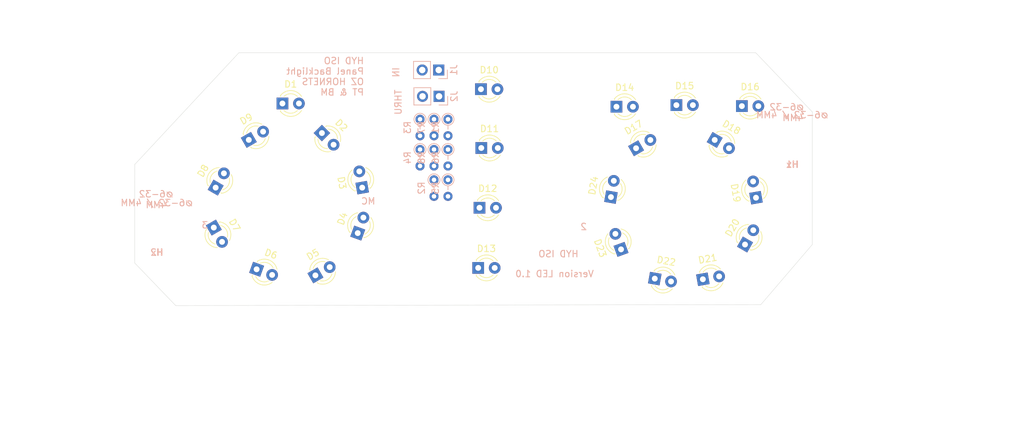
<source format=kicad_pcb>
(kicad_pcb (version 20211014) (generator pcbnew)
  (layers (0 "F.Cu" signal) (31 "B.Cu" signal) (34 "B.Paste" user) (35 "F.Paste" user) (36 "B.SilkS" user "B.Silkscreen") (37 "F.SilkS" user "F.Silkscreen") (38 "B.Mask" user) (39 "F.Mask" user) (44 "Edge.Cuts" user))
  (net 0 "")
  (net 1 "Net-(D1-Pad2)")
  (net 2 "Net-(D2-Pad2)")
  (net 3 "Net-(D1-Pad1)")
  (net 4 "Net-(D4-Pad2)")
  (net 5 "Net-(D5-Pad2)")
  (net 6 "Net-(D7-Pad2)")
  (net 7 "Net-(D8-Pad2)")
  (net 8 "/LED+12V")
  (net 9 "Net-(D10-Pad2)")
  (net 10 "Net-(D11-Pad2)")
  (net 11 "Net-(D4-Pad1)")
  (net 12 "Net-(D13-Pad2)")
  (net 13 "Net-(D14-Pad2)")
  (net 14 "Net-(D7-Pad1)")
  (net 15 "Net-(D16-Pad2)")
  (net 16 "Net-(D17-Pad2)")
  (net 17 "Net-(D10-Pad1)")
  (net 18 "Net-(D19-Pad2)")
  (net 19 "Net-(D20-Pad2)")
  (net 20 "Net-(D13-Pad1)")
  (net 21 "Net-(D22-Pad2)")
  (net 22 "Net-(D23-Pad2)")
  (net 23 "Net-(D16-Pad1)")
  (net 24 "Net-(D19-Pad1)")
  (net 25 "Net-(D22-Pad1)")
  (net 26 "/LED-12V")
  (footprint "LED_THT:LED_D3.0mm" (layer "F.Cu") (at 90.425 68.15)
    (fp_text reference "D1" (at 1.27 -2.96) (layer "F.SilkS"))
    (fp_text value "LED")
    (fp_line (start -0.29 -1.236) (end -0.29 -1.08) (layer "F.SilkS") (width 0.12))
    (fp_line (start -0.29 1.08) (end -0.29 1.236) (layer "F.SilkS") (width 0.12))
    (fp_arc (start -0.29 -1.235516) (mid 1.366487 -1.987659) (end 2.942335 -1.078608) (layer "F.SilkS") (width 0.12))
    (fp_arc (start 2.942335 1.078608) (mid 1.366487 1.987659) (end -0.29 1.235516) (layer "F.SilkS") (width 0.12))
    (fp_arc (start 2.31113 1.079837) (mid 1.270117 1.5) (end 0.229039 1.08) (layer "F.SilkS") (width 0.12))
    (fp_arc (start 0.229039 -1.08) (mid 1.270117 -1.5) (end 2.31113 -1.079837) (layer "F.SilkS") (width 0.12))
    (pad "1" thru_hole rect (at 0 0) (size 1.8 1.8) (drill 0.9) (layers *.Cu *.Mask) (net 3 "Net-(D1-Pad1)"))
    (pad "2" thru_hole circle (at 2.54 0) (size 1.8 1.8) (drill 0.9) (layers *.Cu *.Mask) (net 1 "Net-(D1-Pad2)"))
  )
  (footprint "LED_THT:LED_D3.0mm" (layer "F.Cu") (at 96.5 72.7 -45)
    (fp_text reference "D2" (at 1.27 -2.96 135) (layer "F.SilkS"))
    (fp_text value "LED")
    (fp_line (start -0.29 -1.236) (end -0.29 -1.08) (layer "F.SilkS") (width 0.12))
    (fp_line (start -0.29 1.08) (end -0.29 1.236) (layer "F.SilkS") (width 0.12))
    (fp_arc (start 2.31113 1.079837) (mid 1.270117 1.5) (end 0.229039 1.08) (layer "F.SilkS") (width 0.12))
    (fp_arc (start 2.942335 1.078608) (mid 1.366487 1.987659) (end -0.29 1.235516) (layer "F.SilkS") (width 0.12))
    (fp_arc (start 0.229039 -1.08) (mid 1.270118 -1.5) (end 2.31113 -1.079837) (layer "F.SilkS") (width 0.12))
    (fp_arc (start -0.29 -1.235516) (mid 1.366487 -1.987659) (end 2.942335 -1.078608) (layer "F.SilkS") (width 0.12))
    (pad "1" thru_hole rect (at 0 0 315) (size 1.8 1.8) (drill 0.9) (layers *.Cu *.Mask) (net 1 "Net-(D1-Pad2)"))
    (pad "2" thru_hole circle (at 2.54 0 315) (size 1.8 1.8) (drill 0.9) (layers *.Cu *.Mask) (net 2 "Net-(D2-Pad2)"))
  )
  (footprint "LED_THT:LED_D3.0mm" (layer "F.Cu") (at 102.7 81.1 100)
    (fp_text reference "D3" (at 1.27 -2.96 100) (layer "F.SilkS"))
    (fp_text value "LED")
    (fp_line (start -0.29 1.08) (end -0.29 1.236) (layer "F.SilkS") (width 0.12))
    (fp_line (start -0.29 -1.236) (end -0.29 -1.08) (layer "F.SilkS") (width 0.12))
    (fp_arc (start 2.31113 1.079837) (mid 1.270117 1.5) (end 0.229039 1.08) (layer "F.SilkS") (width 0.12))
    (fp_arc (start 0.229039 -1.08) (mid 1.270117 -1.5) (end 2.31113 -1.079837) (layer "F.SilkS") (width 0.12))
    (fp_arc (start -0.29 -1.235516) (mid 1.366487 -1.987659) (end 2.942335 -1.078608) (layer "F.SilkS") (width 0.12))
    (fp_arc (start 2.942335 1.078608) (mid 1.366487 1.987659) (end -0.29 1.235516) (layer "F.SilkS") (width 0.12))
    (pad "1" thru_hole rect (at 0 0 100) (size 1.8 1.8) (drill 0.9) (layers *.Cu *.Mask) (net 2 "Net-(D2-Pad2)"))
    (pad "2" thru_hole circle (at 2.54 0 100) (size 1.8 1.8) (drill 0.9) (layers *.Cu *.Mask) (net 8 "/LED+12V"))
  )
  (footprint "LED_THT:LED_D3.0mm" (layer "F.Cu") (at 102.013925 88.098108 70)
    (fp_text reference "D4" (at 1.27 -2.96 70) (layer "F.SilkS"))
    (fp_text value "LED")
    (fp_line (start -0.29 1.08) (end -0.29 1.236) (layer "F.SilkS") (width 0.12))
    (fp_line (start -0.29 -1.236) (end -0.29 -1.08) (layer "F.SilkS") (width 0.12))
    (fp_arc (start 0.229039 -1.08) (mid 1.270117 -1.5) (end 2.31113 -1.079837) (layer "F.SilkS") (width 0.12))
    (fp_arc (start -0.29 -1.235516) (mid 1.366487 -1.987659) (end 2.942335 -1.078608) (layer "F.SilkS") (width 0.12))
    (fp_arc (start 2.942335 1.078608) (mid 1.366487 1.987659) (end -0.29 1.235516) (layer "F.SilkS") (width 0.12))
    (fp_arc (start 2.31113 1.079837) (mid 1.270117 1.5) (end 0.229039 1.08) (layer "F.SilkS") (width 0.12))
    (pad "1" thru_hole rect (at 0 0 70) (size 1.8 1.8) (drill 0.9) (layers *.Cu *.Mask) (net 11 "Net-(D4-Pad1)"))
    (pad "2" thru_hole circle (at 2.54 0 70) (size 1.8 1.8) (drill 0.9) (layers *.Cu *.Mask) (net 4 "Net-(D4-Pad2)"))
  )
  (footprint "LED_THT:LED_D3.0mm" (layer "F.Cu") (at 95.5 94.6 30)
    (fp_text reference "D5" (at 1.27 -2.96 30) (layer "F.SilkS"))
    (fp_text value "LED")
    (fp_line (start -0.29 1.08) (end -0.29 1.236) (layer "F.SilkS") (width 0.12))
    (fp_line (start -0.29 -1.236) (end -0.29 -1.08) (layer "F.SilkS") (width 0.12))
    (fp_arc (start -0.29 -1.235516) (mid 1.366488 -1.987659) (end 2.942335 -1.078608) (layer "F.SilkS") (width 0.12))
    (fp_arc (start 2.31113 1.079837) (mid 1.270118 1.5) (end 0.229039 1.08) (layer "F.SilkS") (width 0.12))
    (fp_arc (start 2.942335 1.078608) (mid 1.366487 1.987659) (end -0.29 1.235516) (layer "F.SilkS") (width 0.12))
    (fp_arc (start 0.229039 -1.08) (mid 1.270118 -1.5) (end 2.31113 -1.079837) (layer "F.SilkS") (width 0.12))
    (pad "1" thru_hole rect (at 0 0 30) (size 1.8 1.8) (drill 0.9) (layers *.Cu *.Mask) (net 4 "Net-(D4-Pad2)"))
    (pad "2" thru_hole circle (at 2.54 0 30) (size 1.8 1.8) (drill 0.9) (layers *.Cu *.Mask) (net 5 "Net-(D5-Pad2)"))
  )
  (footprint "LED_THT:LED_D3.0mm" (layer "F.Cu") (at 86.451892 93.663925 -20)
    (fp_text reference "D6" (at 1.27 -2.96 160) (layer "F.SilkS"))
    (fp_text value "LED")
    (fp_line (start -0.29 -1.236) (end -0.29 -1.08) (layer "F.SilkS") (width 0.12))
    (fp_line (start -0.29 1.08) (end -0.29 1.236) (layer "F.SilkS") (width 0.12))
    (fp_arc (start 2.942335 1.078608) (mid 1.366487 1.987659) (end -0.29 1.235516) (layer "F.SilkS") (width 0.12))
    (fp_arc (start 2.31113 1.079837) (mid 1.270117 1.5) (end 0.229039 1.08) (layer "F.SilkS") (width 0.12))
    (fp_arc (start -0.29 -1.235516) (mid 1.366487 -1.987659) (end 2.942335 -1.078608) (layer "F.SilkS") (width 0.12))
    (fp_arc (start 0.229039 -1.08) (mid 1.270117 -1.5) (end 2.31113 -1.079837) (layer "F.SilkS") (width 0.12))
    (pad "1" thru_hole rect (at 0 0 340) (size 1.8 1.8) (drill 0.9) (layers *.Cu *.Mask) (net 5 "Net-(D5-Pad2)"))
    (pad "2" thru_hole circle (at 2.54 0 340) (size 1.8 1.8) (drill 0.9) (layers *.Cu *.Mask) (net 8 "/LED+12V"))
  )
  (footprint "LED_THT:LED_D3.0mm" (layer "F.Cu") (at 79.8625 87.245818 -60)
    (fp_text reference "D7" (at 1.27 -2.96 120) (layer "F.SilkS"))
    (fp_text value "LED")
    (fp_line (start -0.29 1.08) (end -0.29 1.236) (layer "F.SilkS") (width 0.12))
    (fp_line (start -0.29 -1.236) (end -0.29 -1.08) (layer "F.SilkS") (width 0.12))
    (fp_arc (start 2.31113 1.079837) (mid 1.270118 1.5) (end 0.229039 1.08) (layer "F.SilkS") (width 0.12))
    (fp_arc (start 0.229039 -1.08) (mid 1.270118 -1.5) (end 2.31113 -1.079837) (layer "F.SilkS") (width 0.12))
    (fp_arc (start 2.942335 1.078608) (mid 1.366487 1.987659) (end -0.29 1.235516) (layer "F.SilkS") (width 0.12))
    (fp_arc (start -0.29 -1.235516) (mid 1.366488 -1.987659) (end 2.942335 -1.078608) (layer "F.SilkS") (width 0.12))
    (pad "1" thru_hole rect (at 0 0 300) (size 1.8 1.8) (drill 0.9) (layers *.Cu *.Mask) (net 14 "Net-(D7-Pad1)"))
    (pad "2" thru_hole circle (at 2.54 0 300) (size 1.8 1.8) (drill 0.9) (layers *.Cu *.Mask) (net 6 "Net-(D7-Pad2)"))
  )
  (footprint "LED_THT:LED_D3.0mm" (layer "F.Cu") (at 80.15 81.1 60)
    (fp_text reference "D8" (at 1.27 -2.96 60) (layer "F.SilkS"))
    (fp_text value "LED")
    (fp_line (start -0.29 1.08) (end -0.29 1.236) (layer "F.SilkS") (width 0.12))
    (fp_line (start -0.29 -1.236) (end -0.29 -1.08) (layer "F.SilkS") (width 0.12))
    (fp_arc (start 0.229039 -1.08) (mid 1.270117 -1.5) (end 2.31113 -1.079837) (layer "F.SilkS") (width 0.12))
    (fp_arc (start 2.942335 1.078608) (mid 1.366487 1.987659) (end -0.29 1.235516) (layer "F.SilkS") (width 0.12))
    (fp_arc (start 2.31113 1.079837) (mid 1.270117 1.5) (end 0.229039 1.08) (layer "F.SilkS") (width 0.12))
    (fp_arc (start -0.29 -1.235516) (mid 1.366487 -1.987659) (end 2.942335 -1.078608) (layer "F.SilkS") (width 0.12))
    (pad "1" thru_hole rect (at 0 0 60) (size 1.8 1.8) (drill 0.9) (layers *.Cu *.Mask) (net 6 "Net-(D7-Pad2)"))
    (pad "2" thru_hole circle (at 2.54 0 60) (size 1.8 1.8) (drill 0.9) (layers *.Cu *.Mask) (net 7 "Net-(D8-Pad2)"))
  )
  (footprint "LED_THT:LED_D3.0mm" (layer "F.Cu") (at 85.25 73.75 30)
    (fp_text reference "D9" (at 1.27 -2.96 30) (layer "F.SilkS"))
    (fp_text value "LED")
    (fp_line (start -0.29 -1.236) (end -0.29 -1.08) (layer "F.SilkS") (width 0.12))
    (fp_line (start -0.29 1.08) (end -0.29 1.236) (layer "F.SilkS") (width 0.12))
    (fp_arc (start 0.229039 -1.08) (mid 1.270118 -1.5) (end 2.31113 -1.079837) (layer "F.SilkS") (width 0.12))
    (fp_arc (start 2.31113 1.079837) (mid 1.270118 1.5) (end 0.229039 1.08) (layer "F.SilkS") (width 0.12))
    (fp_arc (start -0.29 -1.235516) (mid 1.366488 -1.987659) (end 2.942335 -1.078608) (layer "F.SilkS") (width 0.12))
    (fp_arc (start 2.942335 1.078608) (mid 1.366487 1.987659) (end -0.29 1.235516) (layer "F.SilkS") (width 0.12))
    (pad "1" thru_hole rect (at 0 0 30) (size 1.8 1.8) (drill 0.9) (layers *.Cu *.Mask) (net 7 "Net-(D8-Pad2)"))
    (pad "2" thru_hole circle (at 2.54 0 30) (size 1.8 1.8) (drill 0.9) (layers *.Cu *.Mask) (net 8 "/LED+12V"))
  )
  (footprint "LED_THT:LED_D3.0mm" (layer "F.Cu") (at 120.975 65.95)
    (fp_text reference "D10" (at 1.27 -2.96) (layer "F.SilkS"))
    (fp_text value "LED")
    (fp_line (start -0.29 1.08) (end -0.29 1.236) (layer "F.SilkS") (width 0.12))
    (fp_line (start -0.29 -1.236) (end -0.29 -1.08) (layer "F.SilkS") (width 0.12))
    (fp_arc (start 2.31113 1.079837) (mid 1.270117 1.5) (end 0.229039 1.08) (layer "F.SilkS") (width 0.12))
    (fp_arc (start 2.942335 1.078608) (mid 1.366487 1.987659) (end -0.29 1.235516) (layer "F.SilkS") (width 0.12))
    (fp_arc (start -0.29 -1.235516) (mid 1.366487 -1.987659) (end 2.942335 -1.078608) (layer "F.SilkS") (width 0.12))
    (fp_arc (start 0.229039 -1.08) (mid 1.270117 -1.5) (end 2.31113 -1.079837) (layer "F.SilkS") (width 0.12))
    (pad "1" thru_hole rect (at 0 0) (size 1.8 1.8) (drill 0.9) (layers *.Cu *.Mask) (net 17 "Net-(D10-Pad1)"))
    (pad "2" thru_hole circle (at 2.54 0) (size 1.8 1.8) (drill 0.9) (layers *.Cu *.Mask) (net 9 "Net-(D10-Pad2)"))
  )
  (footprint "LED_THT:LED_D3.0mm" (layer "F.Cu") (at 121.025 75)
    (fp_text reference "D11" (at 1.27 -2.96) (layer "F.SilkS"))
    (fp_text value "LED")
    (fp_line (start -0.29 -1.236) (end -0.29 -1.08) (layer "F.SilkS") (width 0.12))
    (fp_line (start -0.29 1.08) (end -0.29 1.236) (layer "F.SilkS") (width 0.12))
    (fp_arc (start 0.229039 -1.08) (mid 1.270117 -1.5) (end 2.31113 -1.079837) (layer "F.SilkS") (width 0.12))
    (fp_arc (start 2.31113 1.079837) (mid 1.270117 1.5) (end 0.229039 1.08) (layer "F.SilkS") (width 0.12))
    (fp_arc (start -0.29 -1.235516) (mid 1.366487 -1.987659) (end 2.942335 -1.078608) (layer "F.SilkS") (width 0.12))
    (fp_arc (start 2.942335 1.078608) (mid 1.366487 1.987659) (end -0.29 1.235516) (layer "F.SilkS") (width 0.12))
    (pad "1" thru_hole rect (at 0 0) (size 1.8 1.8) (drill 0.9) (layers *.Cu *.Mask) (net 9 "Net-(D10-Pad2)"))
    (pad "2" thru_hole circle (at 2.54 0) (size 1.8 1.8) (drill 0.9) (layers *.Cu *.Mask) (net 10 "Net-(D11-Pad2)"))
  )
  (footprint "LED_THT:LED_D3.0mm" (layer "F.Cu") (at 120.75 84.2)
    (fp_text reference "D12" (at 1.27 -2.96) (layer "F.SilkS"))
    (fp_text value "LED")
    (fp_line (start -0.29 -1.236) (end -0.29 -1.08) (layer "F.SilkS") (width 0.12))
    (fp_line (start -0.29 1.08) (end -0.29 1.236) (layer "F.SilkS") (width 0.12))
    (fp_arc (start 2.942335 1.078608) (mid 1.366487 1.987659) (end -0.29 1.235516) (layer "F.SilkS") (width 0.12))
    (fp_arc (start 0.229039 -1.08) (mid 1.270117 -1.5) (end 2.31113 -1.079837) (layer "F.SilkS") (width 0.12))
    (fp_arc (start 2.31113 1.079837) (mid 1.270117 1.5) (end 0.229039 1.08) (layer "F.SilkS") (width 0.12))
    (fp_arc (start -0.29 -1.235516) (mid 1.366487 -1.987659) (end 2.942335 -1.078608) (layer "F.SilkS") (width 0.12))
    (pad "1" thru_hole rect (at 0 0) (size 1.8 1.8) (drill 0.9) (layers *.Cu *.Mask) (net 10 "Net-(D11-Pad2)"))
    (pad "2" thru_hole circle (at 2.54 0) (size 1.8 1.8) (drill 0.9) (layers *.Cu *.Mask) (net 8 "/LED+12V"))
  )
  (footprint "LED_THT:LED_D3.0mm" (layer "F.Cu") (at 120.55 93.45)
    (fp_text reference "D13" (at 1.27 -2.96) (layer "F.SilkS"))
    (fp_text value "LED")
    (fp_line (start -0.29 1.08) (end -0.29 1.236) (layer "F.SilkS") (width 0.12))
    (fp_line (start -0.29 -1.236) (end -0.29 -1.08) (layer "F.SilkS") (width 0.12))
    (fp_arc (start -0.29 -1.235516) (mid 1.366487 -1.987659) (end 2.942335 -1.078608) (layer "F.SilkS") (width 0.12))
    (fp_arc (start 2.31113 1.079837) (mid 1.270117 1.5) (end 0.229039 1.08) (layer "F.SilkS") (width 0.12))
    (fp_arc (start 0.229039 -1.08) (mid 1.270117 -1.5) (end 2.31113 -1.079837) (layer "F.SilkS") (width 0.12))
    (fp_arc (start 2.942335 1.078608) (mid 1.366487 1.987659) (end -0.29 1.235516) (layer "F.SilkS") (width 0.12))
    (pad "1" thru_hole rect (at 0 0) (size 1.8 1.8) (drill 0.9) (layers *.Cu *.Mask) (net 20 "Net-(D13-Pad1)"))
    (pad "2" thru_hole circle (at 2.54 0) (size 1.8 1.8) (drill 0.9) (layers *.Cu *.Mask) (net 12 "Net-(D13-Pad2)"))
  )
  (footprint "LED_THT:LED_D3.0mm" (layer "F.Cu") (at 141.825 68.65)
    (fp_text reference "D14" (at 1.27 -2.96) (layer "F.SilkS"))
    (fp_text value "LED")
    (fp_line (start -0.29 1.08) (end -0.29 1.236) (layer "F.SilkS") (width 0.12))
    (fp_line (start -0.29 -1.236) (end -0.29 -1.08) (layer "F.SilkS") (width 0.12))
    (fp_arc (start 2.942335 1.078608) (mid 1.366487 1.987659) (end -0.29 1.235516) (layer "F.SilkS") (width 0.12))
    (fp_arc (start -0.29 -1.235516) (mid 1.366487 -1.987659) (end 2.942335 -1.078608) (layer "F.SilkS") (width 0.12))
    (fp_arc (start 0.229039 -1.08) (mid 1.270117 -1.5) (end 2.31113 -1.079837) (layer "F.SilkS") (width 0.12))
    (fp_arc (start 2.31113 1.079837) (mid 1.270117 1.5) (end 0.229039 1.08) (layer "F.SilkS") (width 0.12))
    (pad "1" thru_hole rect (at 0 0) (size 1.8 1.8) (drill 0.9) (layers *.Cu *.Mask) (net 12 "Net-(D13-Pad2)"))
    (pad "2" thru_hole circle (at 2.54 0) (size 1.8 1.8) (drill 0.9) (layers *.Cu *.Mask) (net 13 "Net-(D14-Pad2)"))
  )
  (footprint "LED_THT:LED_D3.0mm" (layer "F.Cu") (at 151.05 68.402)
    (fp_text reference "D15" (at 1.27 -2.96) (layer "F.SilkS"))
    (fp_text value "LED")
    (fp_line (start -0.29 1.08) (end -0.29 1.236) (layer "F.SilkS") (width 0.12))
    (fp_line (start -0.29 -1.236) (end -0.29 -1.08) (layer "F.SilkS") (width 0.12))
    (fp_arc (start 2.942335 1.078608) (mid 1.366487 1.987659) (end -0.29 1.235516) (layer "F.SilkS") (width 0.12))
    (fp_arc (start 0.229039 -1.08) (mid 1.270117 -1.5) (end 2.31113 -1.079837) (layer "F.SilkS") (width 0.12))
    (fp_arc (start -0.29 -1.235516) (mid 1.366487 -1.987659) (end 2.942335 -1.078608) (layer "F.SilkS") (width 0.12))
    (fp_arc (start 2.31113 1.079837) (mid 1.270117 1.5) (end 0.229039 1.08) (layer "F.SilkS") (width 0.12))
    (pad "1" thru_hole rect (at 0 0) (size 1.8 1.8) (drill 0.9) (layers *.Cu *.Mask) (net 13 "Net-(D14-Pad2)"))
    (pad "2" thru_hole circle (at 2.54 0) (size 1.8 1.8) (drill 0.9) (layers *.Cu *.Mask) (net 8 "/LED+12V"))
  )
  (footprint "LED_THT:LED_D3.0mm" (layer "F.Cu") (at 161.126 68.5544)
    (fp_text reference "D16" (at 1.27 -2.96) (layer "F.SilkS"))
    (fp_text value "LED")
    (fp_line (start -0.29 1.08) (end -0.29 1.236) (layer "F.SilkS") (width 0.12))
    (fp_line (start -0.29 -1.236) (end -0.29 -1.08) (layer "F.SilkS") (width 0.12))
    (fp_arc (start 2.942335 1.078608) (mid 1.366487 1.987659) (end -0.29 1.235516) (layer "F.SilkS") (width 0.12))
    (fp_arc (start -0.29 -1.235516) (mid 1.366487 -1.987659) (end 2.942335 -1.078608) (layer "F.SilkS") (width 0.12))
    (fp_arc (start 0.229039 -1.08) (mid 1.270117 -1.5) (end 2.31113 -1.079837) (layer "F.SilkS") (width 0.12))
    (fp_arc (start 2.31113 1.079837) (mid 1.270117 1.5) (end 0.229039 1.08) (layer "F.SilkS") (width 0.12))
    (pad "1" thru_hole rect (at 0 0) (size 1.8 1.8) (drill 0.9) (layers *.Cu *.Mask) (net 23 "Net-(D16-Pad1)"))
    (pad "2" thru_hole circle (at 2.54 0) (size 1.8 1.8) (drill 0.9) (layers *.Cu *.Mask) (net 15 "Net-(D16-Pad2)"))
  )
  (footprint "LED_THT:LED_D3.0mm" (layer "F.Cu") (at 144.845818 75.0375 30)
    (fp_text reference "D17" (at 1.27 -2.96 30) (layer "F.SilkS"))
    (fp_text value "LED")
    (fp_line (start -0.29 1.08) (end -0.29 1.236) (layer "F.SilkS") (width 0.12))
    (fp_line (start -0.29 -1.236) (end -0.29 -1.08) (layer "F.SilkS") (width 0.12))
    (fp_arc (start -0.29 -1.235516) (mid 1.366488 -1.987659) (end 2.942335 -1.078608) (layer "F.SilkS") (width 0.12))
    (fp_arc (start 2.942335 1.078608) (mid 1.366487 1.987659) (end -0.29 1.235516) (layer "F.SilkS") (width 0.12))
    (fp_arc (start 2.31113 1.079837) (mid 1.270118 1.5) (end 0.229039 1.08) (layer "F.SilkS") (width 0.12))
    (fp_arc (start 0.229039 -1.08) (mid 1.270118 -1.5) (end 2.31113 -1.079837) (layer "F.SilkS") (width 0.12))
    (pad "1" thru_hole rect (at 0 0 30) (size 1.8 1.8) (drill 0.9) (layers *.Cu *.Mask) (net 15 "Net-(D16-Pad2)"))
    (pad "2" thru_hole circle (at 2.54 0 30) (size 1.8 1.8) (drill 0.9) (layers *.Cu *.Mask) (net 16 "Net-(D17-Pad2)"))
  )
  (footprint "LED_THT:LED_D3.0mm" (layer "F.Cu") (at 156.945818 73.7625 -30)
    (fp_text reference "D18" (at 1.27 -2.96 150) (layer "F.SilkS"))
    (fp_text value "LED")
    (fp_line (start -0.29 -1.236) (end -0.29 -1.08) (layer "F.SilkS") (width 0.12))
    (fp_line (start -0.29 1.08) (end -0.29 1.236) (layer "F.SilkS") (width 0.12))
    (fp_arc (start 2.31113 1.079837) (mid 1.270117 1.5) (end 0.229039 1.08) (layer "F.SilkS") (width 0.12))
    (fp_arc (start -0.29 -1.235516) (mid 1.366487 -1.987659) (end 2.942335 -1.078608) (layer "F.SilkS") (width 0.12))
    (fp_arc (start 2.942335 1.078608) (mid 1.366487 1.987659) (end -0.29 1.235516) (layer "F.SilkS") (width 0.12))
    (fp_arc (start 0.229039 -1.08) (mid 1.270117 -1.5) (end 2.31113 -1.079837) (layer "F.SilkS") (width 0.12))
    (pad "1" thru_hole rect (at 0 0 330) (size 1.8 1.8) (drill 0.9) (layers *.Cu *.Mask) (net 16 "Net-(D17-Pad2)"))
    (pad "2" thru_hole circle (at 2.54 0 330) (size 1.8 1.8) (drill 0.9) (layers *.Cu *.Mask) (net 8 "/LED+12V"))
  )
  (footprint "LED_THT:LED_D3.0mm" (layer "F.Cu") (at 140.978599 82.55563 80)
    (fp_text reference "D24" (at 1.27 -2.96 80) (layer "F.SilkS"))
    (fp_text value "LED")
    (fp_line (start -0.29 -1.236) (end -0.29 -1.08) (layer "F.SilkS") (width 0.12))
    (fp_line (start -0.29 1.08) (end -0.29 1.236) (layer "F.SilkS") (width 0.12))
    (fp_arc (start 2.31113 1.079837) (mid 1.270118 1.5) (end 0.229039 1.08) (layer "F.SilkS") (width 0.12))
    (fp_arc (start 0.229039 -1.08) (mid 1.270118 -1.5) (end 2.31113 -1.079837) (layer "F.SilkS") (width 0.12))
    (fp_arc (start -0.29 -1.235516) (mid 1.366488 -1.987659) (end 2.942335 -1.078608) (layer "F.SilkS") (width 0.12))
    (fp_arc (start 2.942335 1.078608) (mid 1.366488 1.987659) (end -0.29 1.235516) (layer "F.SilkS") (width 0.12))
    (pad "1" thru_hole rect (at 0 0 80) (size 1.8 1.8) (drill 0.9) (layers *.Cu *.Mask) (net 22 "Net-(D23-Pad2)"))
    (pad "2" thru_hole circle (at 2.54 0 80) (size 1.8 1.8) (drill 0.9) (layers *.Cu *.Mask) (net 8 "/LED+12V"))
  )
  (footprint "LED_THT:LED_D3.0mm" (layer "F.Cu") (at 163.3 82.65 100)
    (fp_text reference "D19" (at 1.27 -2.96 100) (layer "F.SilkS"))
    (fp_text value "LED")
    (fp_line (start -0.29 1.08) (end -0.29 1.236) (layer "F.SilkS") (width 0.12))
    (fp_line (start -0.29 -1.236) (end -0.29 -1.08) (layer "F.SilkS") (width 0.12))
    (fp_arc (start -0.29 -1.235516) (mid 1.366487 -1.987659) (end 2.942335 -1.078608) (layer "F.SilkS") (width 0.12))
    (fp_arc (start 2.31113 1.079837) (mid 1.270117 1.5) (end 0.229039 1.08) (layer "F.SilkS") (width 0.12))
    (fp_arc (start 0.229039 -1.08) (mid 1.270117 -1.5) (end 2.31113 -1.079837) (layer "F.SilkS") (width 0.12))
    (fp_arc (start 2.942335 1.078608) (mid 1.366487 1.987659) (end -0.29 1.235516) (layer "F.SilkS") (width 0.12))
    (pad "1" thru_hole rect (at 0 0 100) (size 1.8 1.8) (drill 0.9) (layers *.Cu *.Mask) (net 24 "Net-(D19-Pad1)"))
    (pad "2" thru_hole circle (at 2.54 0 100) (size 1.8 1.8) (drill 0.9) (layers *.Cu *.Mask) (net 18 "Net-(D19-Pad2)"))
  )
  (footprint "LED_THT:LED_D3.0mm" (layer "F.Cu") (at 142.5332 90.6 110)
    (fp_text reference "D23" (at 1.27 -2.96 110) (layer "F.SilkS"))
    (fp_text value "LED")
    (fp_line (start -0.29 -1.236) (end -0.29 -1.08) (layer "F.SilkS") (width 0.12))
    (fp_line (start -0.29 1.08) (end -0.29 1.236) (layer "F.SilkS") (width 0.12))
    (fp_arc (start 2.31113 1.079837) (mid 1.270118 1.5) (end 0.229039 1.08) (layer "F.SilkS") (width 0.12))
    (fp_arc (start -0.29 -1.235516) (mid 1.366488 -1.987659) (end 2.942335 -1.078608) (layer "F.SilkS") (width 0.12))
    (fp_arc (start 0.229039 -1.08) (mid 1.270118 -1.5) (end 2.31113 -1.079837) (layer "F.SilkS") (width 0.12))
    (fp_arc (start 2.942335 1.078608) (mid 1.366487 1.987659) (end -0.29 1.235516) (layer "F.SilkS") (width 0.12))
    (pad "1" thru_hole rect (at 0 0 110) (size 1.8 1.8) (drill 0.9) (layers *.Cu *.Mask) (net 21 "Net-(D22-Pad2)"))
    (pad "2" thru_hole circle (at 2.54 0 110) (size 1.8 1.8) (drill 0.9) (layers *.Cu *.Mask) (net 22 "Net-(D23-Pad2)"))
  )
  (footprint "LED_THT:LED_D3.0mm" (layer "F.Cu") (at 161.6125 89.854183 60)
    (fp_text reference "D20" (at 1.27 -2.96 60) (layer "F.SilkS"))
    (fp_text value "LED")
    (fp_line (start -0.29 1.08) (end -0.29 1.236) (layer "F.SilkS") (width 0.12))
    (fp_line (start -0.29 -1.236) (end -0.29 -1.08) (layer "F.SilkS") (width 0.12))
    (fp_arc (start -0.29 -1.235516) (mid 1.366487 -1.987659) (end 2.942335 -1.078608) (layer "F.SilkS") (width 0.12))
    (fp_arc (start 2.942335 1.078608) (mid 1.366487 1.987659) (end -0.29 1.235516) (layer "F.SilkS") (width 0.12))
    (fp_arc (start 0.229039 -1.08) (mid 1.270117 -1.5) (end 2.31113 -1.079837) (layer "F.SilkS") (width 0.12))
    (fp_arc (start 2.31113 1.079837) (mid 1.270117 1.5) (end 0.229039 1.08) (layer "F.SilkS") (width 0.12))
    (pad "1" thru_hole rect (at 0 0 60) (size 1.8 1.8) (drill 0.9) (layers *.Cu *.Mask) (net 18 "Net-(D19-Pad2)"))
    (pad "2" thru_hole circle (at 2.54 0 60) (size 1.8 1.8) (drill 0.9) (layers *.Cu *.Mask) (net 19 "Net-(D20-Pad2)"))
  )
  (footprint "LED_THT:LED_D3.0mm" (layer "F.Cu") (at 147.725 95.1 -10)
    (fp_text reference "D22" (at 1.27 -2.96 170) (layer "F.SilkS"))
    (fp_text value "LED")
    (fp_line (start -0.29 1.08) (end -0.29 1.236) (layer "F.SilkS") (width 0.12))
    (fp_line (start -0.29 -1.236) (end -0.29 -1.08) (layer "F.SilkS") (width 0.12))
    (fp_arc (start 2.31113 1.079837) (mid 1.270118 1.5) (end 0.229039 1.08) (layer "F.SilkS") (width 0.12))
    (fp_arc (start 2.942335 1.078608) (mid 1.366488 1.987659) (end -0.29 1.235516) (layer "F.SilkS") (width 0.12))
    (fp_arc (start 0.229039 -1.08) (mid 1.270118 -1.5) (end 2.31113 -1.079837) (layer "F.SilkS") (width 0.12))
    (fp_arc (start -0.29 -1.235516) (mid 1.366488 -1.987659) (end 2.942335 -1.078608) (layer "F.SilkS") (width 0.12))
    (pad "1" thru_hole rect (at 0 0 350) (size 1.8 1.8) (drill 0.9) (layers *.Cu *.Mask) (net 25 "Net-(D22-Pad1)"))
    (pad "2" thru_hole circle (at 2.54 0 350) (size 1.8 1.8) (drill 0.9) (layers *.Cu *.Mask) (net 21 "Net-(D22-Pad2)"))
  )
  (footprint "LED_THT:LED_D3.0mm" (layer "F.Cu") (at 155.125 95.2 10)
    (fp_text reference "D21" (at 1.27 -2.96 10) (layer "F.SilkS"))
    (fp_text value "LED")
    (fp_line (start -0.29 -1.236) (end -0.29 -1.08) (layer "F.SilkS") (width 0.12))
    (fp_line (start -0.29 1.08) (end -0.29 1.236) (layer "F.SilkS") (width 0.12))
    (fp_arc (start 0.229039 -1.08) (mid 1.270117 -1.5) (end 2.31113 -1.079837) (layer "F.SilkS") (width 0.12))
    (fp_arc (start 2.31113 1.079837) (mid 1.270117 1.5) (end 0.229039 1.08) (layer "F.SilkS") (width 0.12))
    (fp_arc (start 2.942335 1.078608) (mid 1.366487 1.987659) (end -0.29 1.235516) (layer "F.SilkS") (width 0.12))
    (fp_arc (start -0.29 -1.235516) (mid 1.366487 -1.987659) (end 2.942335 -1.078608) (layer "F.SilkS") (width 0.12))
    (pad "1" thru_hole rect (at 0 0 10) (size 1.8 1.8) (drill 0.9) (layers *.Cu *.Mask) (net 19 "Net-(D20-Pad2)"))
    (pad "2" thru_hole circle (at 2.54 0 10) (size 1.8 1.8) (drill 0.9) (layers *.Cu *.Mask) (net 8 "/LED+12V"))
  )
  (footprint "OH_Backlighting:100SPX_Toggle_13mm_x_18mm" (layer "F.Cu") (at 91.748609 83.884776 180)
    (fp_text reference "REF**" hide)
    (fp_text value "100SPX_Toggle_13mm_x_18mm" hide)
    (pad "" np_thru_hole circle locked (at 0 9.525 180) (size 3.572 3.572) (drill 3.572) (layers *.Cu *.Mask) (clearance 1))
    (pad "" np_thru_hole circle locked (at 0 0 180) (size 12.7 12.7) (drill 12.7) (layers *.Mask "F.Cu") (clearance 1))
    (pad "" np_thru_hole circle locked (at 0 0 180) (size 12.7 12.7) (drill 12.7) (layers *.Mask "B.Cu") (clearance 3.65))
  )
  (footprint "OH_Backlighting:100SPX_Toggle_13mm_x_18mm" (layer "F.Cu") (at 152.073609 83.884776 180)
    (fp_text reference "REF**" hide)
    (fp_text value "100SPX_Toggle_13mm_x_18mm" hide)
    (pad "" np_thru_hole circle locked (at 0 9.525 180) (size 3.572 3.572) (drill 3.572) (layers *.Cu *.Mask) (clearance 1))
    (pad "" np_thru_hole circle locked (at 0 0 180) (size 12.7 12.7) (drill 12.7) (layers *.Mask "B.Cu") (clearance 3.65))
    (pad "" np_thru_hole circle locked (at 0 0 180) (size 12.7 12.7) (drill 12.7) (layers *.Mask "F.Cu") (clearance 1))
  )
  (footprint "OH_Backlighting:OH_Panel_6-32_PHS" (layer "F.Cu") (at 71.111109 87.250276)
    (fp_text reference "REF**" hide)
    (fp_text value "OH_Panel_Fastner_Keepout" hide)
    (fp_text user "⌀6-32" (at -0.1 -5.16) (layer "B.SilkS") (effects (justify mirror)))
    (fp_text user "⌀6-32 / 4MM" (at 0 -3.81) (layer "B.SilkS") (effects (justify mirror)))
    (fp_text user "H2" (at 0 3.81) (layer "B.SilkS") (effects (justify mirror)))
    (fp_text user "Hx" (at 0 3.81) (layer "B.SilkS") (effects (justify mirror)))
    (pad "" np_thru_hole circle locked (at 0 0) (size 4.3 4.3) (drill 4.3) (layers *.Cu *.Mask) (clearance 3))
  )
  (footprint "OH_Backlighting:OH_Panel_6-32_PHS" (layer "F.Cu") (at 168.901109 73.724776)
    (fp_text reference "REF**" hide)
    (fp_text value "OH_Panel_Fastner_Keepout" hide)
    (fp_text user "Hx" (at 0 3.81) (layer "B.SilkS") (effects (justify mirror)))
    (fp_text user "H1" (at 0 3.81) (layer "B.SilkS") (effects (justify mirror)))
    (fp_text user "⌀6-32" (at -0.851109 -5.024776) (layer "B.SilkS") (effects (justify mirror)))
    (fp_text user "⌀6-32 / 4MM" (at 0 -3.81) (layer "B.SilkS") (effects (justify mirror)))
    (pad "" np_thru_hole circle locked (at 0 0) (size 4.3 4.3) (drill 4.3) (layers *.Cu *.Mask) (clearance 3))
  )
  (footprint "Connector_PinHeader_2.54mm:PinHeader_1x02_P2.54mm_Vertical" (layer "B.Cu") (at 114.475 63 90)
    (fp_text reference "J1" (at 0 2.33 270) (layer "B.SilkS") (effects (justify mirror)))
    (fp_text value "Conn_01x02_Female")
    (fp_line (start -1.33 -1.27) (end -1.33 -3.87) (layer "B.SilkS") (width 0.12))
    (fp_line (start -1.33 -3.87) (end 1.33 -3.87) (layer "B.SilkS") (width 0.12))
    (fp_line (start 1.33 -1.27) (end 1.33 -3.87) (layer "B.SilkS") (width 0.12))
    (fp_line (start -1.33 0) (end -1.33 1.33) (layer "B.SilkS") (width 0.12))
    (fp_line (start -1.33 -1.27) (end 1.33 -1.27) (layer "B.SilkS") (width 0.12))
    (fp_line (start -1.33 1.33) (end 0 1.33) (layer "B.SilkS") (width 0.12))
    (pad "1" thru_hole rect (at 0 0 90) (size 1.7 1.7) (drill 1) (layers *.Cu *.Mask) (net 8 "/LED+12V"))
    (pad "2" thru_hole oval (at 0 -2.54 90) (size 1.7 1.7) (drill 1) (layers *.Cu *.Mask) (net 26 "/LED-12V"))
  )
  (footprint "Connector_PinHeader_2.54mm:PinHeader_1x02_P2.54mm_Vertical" (layer "B.Cu") (at 114.525 67.05 90)
    (fp_text reference "J2" (at 0 2.33 270) (layer "B.SilkS") (effects (justify mirror)))
    (fp_text value "Conn_01x02_Female")
    (fp_line (start -1.33 1.33) (end 0 1.33) (layer "B.SilkS") (width 0.12))
    (fp_line (start -1.33 -1.27) (end 1.33 -1.27) (layer "B.SilkS") (width 0.12))
    (fp_line (start 1.33 -1.27) (end 1.33 -3.87) (layer "B.SilkS") (width 0.12))
    (fp_line (start -1.33 -1.27) (end -1.33 -3.87) (layer "B.SilkS") (width 0.12))
    (fp_line (start -1.33 0) (end -1.33 1.33) (layer "B.SilkS") (width 0.12))
    (fp_line (start -1.33 -3.87) (end 1.33 -3.87) (layer "B.SilkS") (width 0.12))
    (pad "1" thru_hole rect (at 0 0 90) (size 1.7 1.7) (drill 1) (layers *.Cu *.Mask) (net 8 "/LED+12V"))
    (pad "2" thru_hole oval (at 0 -2.54 90) (size 1.7 1.7) (drill 1) (layers *.Cu *.Mask) (net 26 "/LED-12V"))
  )
  (footprint "Resistor_THT:R_Axial_DIN0204_L3.6mm_D1.6mm_P2.54mm_Vertical" (layer "B.Cu") (at 115.9 70.58 -90)
    (fp_text reference "R1" (at 1.27 1.92 90) (layer "B.SilkS") (effects (justify mirror)))
    (fp_text value "R")
    (fp_line (start 0.92 0) (end 1.54 0) (layer "B.SilkS") (width 0.12))
    (fp_circle (center 0 0) (end 0.92 0) (layer "B.SilkS") (width 0.12) (fill none))
    (pad "1" thru_hole circle (at 0 0 270) (size 1.4 1.4) (drill 0.7) (layers *.Cu *.Mask) (net 26 "/LED-12V"))
    (pad "2" thru_hole oval (at 2.54 0 270) (size 1.4 1.4) (drill 0.7) (layers *.Cu *.Mask) (net 3 "Net-(D1-Pad1)"))
  )
  (footprint "Resistor_THT:R_Axial_DIN0204_L3.6mm_D1.6mm_P2.54mm_Vertical" (layer "B.Cu") (at 115.9 79.9 -90)
    (fp_text reference "R5" (at 1.27 1.92 90) (layer "B.SilkS") (effects (justify mirror)))
    (fp_text value "R")
    (fp_line (start 0.92 0) (end 1.54 0) (layer "B.SilkS") (width 0.12))
    (fp_circle (center 0 0) (end 0.92 0) (layer "B.SilkS") (width 0.12) (fill none))
    (pad "1" thru_hole circle (at 0 0 270) (size 1.4 1.4) (drill 0.7) (layers *.Cu *.Mask) (net 26 "/LED-12V"))
    (pad "2" thru_hole oval (at 2.54 0 270) (size 1.4 1.4) (drill 0.7) (layers *.Cu *.Mask) (net 20 "Net-(D13-Pad1)"))
  )
  (footprint "Resistor_THT:R_Axial_DIN0204_L3.6mm_D1.6mm_P2.54mm_Vertical" (layer "B.Cu") (at 115.9 75.23 -90)
    (fp_text reference "R6" (at 1.27 1.92 90) (layer "B.SilkS") (effects (justify mirror)))
    (fp_text value "R")
    (fp_line (start 0.92 0) (end 1.54 0) (layer "B.SilkS") (width 0.12))
    (fp_circle (center 0 0) (end 0.92 0) (layer "B.SilkS") (width 0.12) (fill none))
    (pad "1" thru_hole circle (at 0 0 270) (size 1.4 1.4) (drill 0.7) (layers *.Cu *.Mask) (net 26 "/LED-12V"))
    (pad "2" thru_hole oval (at 2.54 0 270) (size 1.4 1.4) (drill 0.7) (layers *.Cu *.Mask) (net 23 "Net-(D16-Pad1)"))
  )
  (footprint "Resistor_THT:R_Axial_DIN0204_L3.6mm_D1.6mm_P2.54mm_Vertical" (layer "B.Cu") (at 113.75 79.9 -90)
    (fp_text reference "R2" (at 1.27 1.92 90) (layer "B.SilkS") (effects (justify mirror)))
    (fp_text value "R")
    (fp_line (start 0.92 0) (end 1.54 0) (layer "B.SilkS") (width 0.12))
    (fp_circle (center 0 0) (end 0.92 0) (layer "B.SilkS") (width 0.12) (fill none))
    (pad "1" thru_hole circle (at 0 0 270) (size 1.4 1.4) (drill 0.7) (layers *.Cu *.Mask) (net 26 "/LED-12V"))
    (pad "2" thru_hole oval (at 2.54 0 270) (size 1.4 1.4) (drill 0.7) (layers *.Cu *.Mask) (net 11 "Net-(D4-Pad1)"))
  )
  (footprint "Resistor_THT:R_Axial_DIN0204_L3.6mm_D1.6mm_P2.54mm_Vertical" (layer "B.Cu") (at 111.6 70.58 -90)
    (fp_text reference "R3" (at 1.27 1.92 90) (layer "B.SilkS") (effects (justify mirror)))
    (fp_text value "R")
    (fp_line (start 0.92 0) (end 1.54 0) (layer "B.SilkS") (width 0.12))
    (fp_circle (center 0 0) (end 0.92 0) (layer "B.SilkS") (width 0.12) (fill none))
    (pad "1" thru_hole circle (at 0 0 270) (size 1.4 1.4) (drill 0.7) (layers *.Cu *.Mask) (net 26 "/LED-12V"))
    (pad "2" thru_hole oval (at 2.54 0 270) (size 1.4 1.4) (drill 0.7) (layers *.Cu *.Mask) (net 14 "Net-(D7-Pad1)"))
  )
  (footprint "Resistor_THT:R_Axial_DIN0204_L3.6mm_D1.6mm_P2.54mm_Vertical" (layer "B.Cu") (at 113.75 75.23 -90)
    (fp_text reference "R8" (at 1.27 1.92 90) (layer "B.SilkS") (effects (justify mirror)))
    (fp_text value "R")
    (fp_line (start 0.92 0) (end 1.54 0) (layer "B.SilkS") (width 0.12))
    (fp_circle (center 0 0) (end 0.92 0) (layer "B.SilkS") (width 0.12) (fill none))
    (pad "1" thru_hole circle (at 0 0 270) (size 1.4 1.4) (drill 0.7) (layers *.Cu *.Mask) (net 26 "/LED-12V"))
    (pad "2" thru_hole oval (at 2.54 0 270) (size 1.4 1.4) (drill 0.7) (layers *.Cu *.Mask) (net 25 "Net-(D22-Pad1)"))
  )
  (footprint "Resistor_THT:R_Axial_DIN0204_L3.6mm_D1.6mm_P2.54mm_Vertical" (layer "B.Cu") (at 111.6 75.23 -90)
    (fp_text reference "R4" (at 1.27 1.92 90) (layer "B.SilkS") (effects (justify mirror)))
    (fp_text value "R")
    (fp_line (start 0.92 0) (end 1.54 0) (layer "B.SilkS") (width 0.12))
    (fp_circle (center 0 0) (end 0.92 0) (layer "B.SilkS") (width 0.12) (fill none))
    (pad "1" thru_hole circle (at 0 0 270) (size 1.4 1.4) (drill 0.7) (layers *.Cu *.Mask) (net 26 "/LED-12V"))
    (pad "2" thru_hole oval (at 2.54 0 270) (size 1.4 1.4) (drill 0.7) (layers *.Cu *.Mask) (net 17 "Net-(D10-Pad1)"))
  )
  (footprint "Resistor_THT:R_Axial_DIN0204_L3.6mm_D1.6mm_P2.54mm_Vertical" (layer "B.Cu") (at 113.75 70.58 -90)
    (fp_text reference "R7" (at 1.27 1.92 90) (layer "B.SilkS") (effects (justify mirror)))
    (fp_text value "R")
    (fp_line (start 0.92 0) (end 1.54 0) (layer "B.SilkS") (width 0.12))
    (fp_circle (center 0 0) (end 0.92 0) (layer "B.SilkS") (width 0.12) (fill none))
    (pad "1" thru_hole circle (at 0 0 270) (size 1.4 1.4) (drill 0.7) (layers *.Cu *.Mask) (net 26 "/LED-12V"))
    (pad "2" thru_hole oval (at 2.54 0 270) (size 1.4 1.4) (drill 0.7) (layers *.Cu *.Mask) (net 24 "Net-(D19-Pad1)"))
  )
  (gr_line (start 83.7184 60.3504) (end 163.2712 60.3504) (layer "Edge.Cuts") (width 0.05))
  (gr_line (start 171.958 89.8652) (end 164.05 99.1) (layer "Edge.Cuts") (width 0.05))
  (gr_line (start 67.7164 77.5208) (end 83.7184 60.3504) (layer "Edge.Cuts") (width 0.05))
  (gr_line (start 74 99.25) (end 164.05 99.1) (layer "Edge.Cuts") (width 0.05))
  (gr_line (start 171.958 69.4436) (end 171.958 89.8652) (layer "Edge.Cuts") (width 0.05))
  (gr_line (start 67.7164 77.5208) (end 67.7 92.7) (layer "Edge.Cuts") (width 0.05))
  (gr_line (start 163.2712 60.3504) (end 171.958 69.4436) (layer "Edge.Cuts") (width 0.05))
  (gr_line (start 67.7 92.7) (end 74 99.25) (layer "Edge.Cuts") (width 0.05))
  (gr_text "Version LED 1.0" (at 132.303 94.364) (layer "B.SilkS") (effects (font (size 1 1)) (justify mirror)))
  (gr_text "IN" (at 107.9 63.35 90) (layer "B.SilkS") (effects (font (size 1 1)) (justify mirror)))
  (gr_text "THRU" (at 108.25 67.95 90) (layer "B.SilkS") (effects (font (size 1 1)) (justify mirror)))
  (gr_text "MC" (at 103.632 83.185) (layer "B.SilkS") (effects (font (size 1 1)) (justify mirror)))
  (gr_text "HYD ISO" (at 132.9 91.3) (layer "B.SilkS") (effects (font (size 1 1)) (justify mirror)))
  (gr_text "2" (at 136.779 87.122) (layer "B.SilkS") (effects (font (size 1 1)) (justify mirror)))
  (gr_text "4MM" (at 71.011109 83.75) (layer "B.SilkS") (effects (font (size 1 1)) (justify mirror)))
  (gr_text "4MM" (at 169 70.35) (layer "B.SilkS") (effects (font (size 1 1)) (justify mirror)))
  (gr_text "3" (at 78.486 86.868) (layer "B.SilkS") (effects (font (size 1 1)) (justify mirror)))
  (gr_text "HYD ISO\nPanel Backlight\nOZ HORNETS\nPT & BM" (at 103.05 64) (layer "B.SilkS") (effects (font (size 1 1)) (justify left mirror)))
)
</source>
